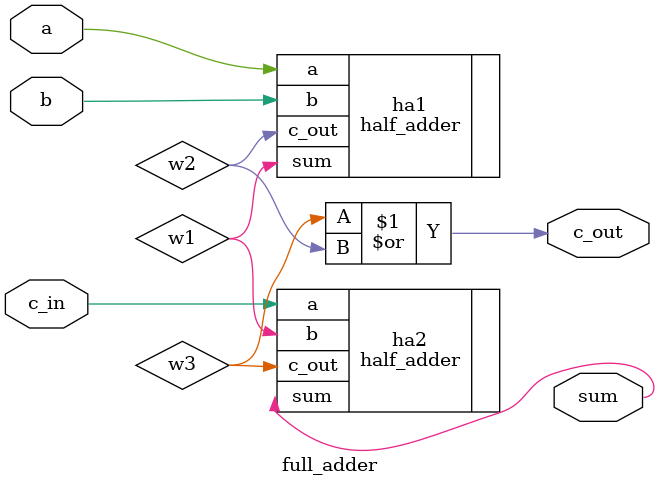
<source format=v>
`timescale 1ns / 1ps


module full_adder(

    input c_in,
    input a,
    input b,
    output sum,
    output c_out
    );
    wire w1,w2,w3;
    half_adder ha1(.a(a), .b(b), .sum(w1), .c_out(w2));
    half_adder ha2(.a(c_in), .b(w1), .sum(sum), .c_out(w3));
 
    or G1(c_out, w3, w2);
 
    
endmodule

</source>
